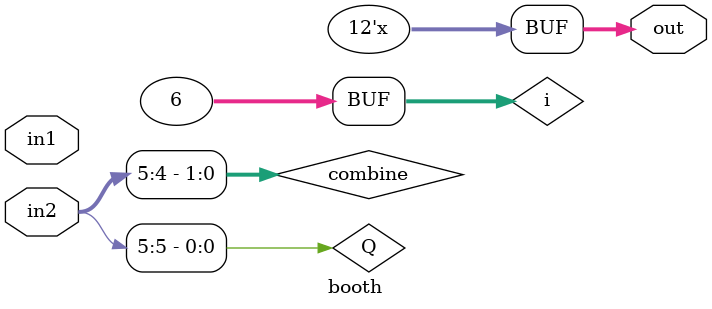
<source format=v>
`timescale 1ns / 10ps
module booth(out, in1, in2);

	parameter width = 6;
	input  	[width-1:0]   in1; //multiplicand
	input  	[width-1:0]   in2; //multiplier
	output  [2*width-1:0] out; //product
	reg [2*width-1:0] out; 
	reg Q; // Storing last value of in2 after output shift_bit
	integer i; // Number for loop
	reg [1:0] combine; // The rightmost 2 bits used for the selection of different executions.
	
	always @(in1,in2) begin
		out[width-1 : 0] = in2[width-1:0];
		// out[2*width-1: width] = 6'b0;
		Q = 1'b0;
		for(i = 0; i < width; i = i+1) begin
		
			combine = {in2[i],Q};
			if(combine == 2'd2) begin
				out[2*width-1: width] = out[2*width-1: width] - in1;
			end
			else if (combine == 2'd1) begin
				out[2*width-1: width] = out[2*width-1: width] + in1;
			end

			out = out >> 1;
			
			out[2*width-1] = out[2*width-2];
			/* $display("Case %d ==> Out[12:6] = %b ==> Out[5:0] = %b ==> Out = %b ==> In1 = %b ==> In2 = %b ==> combine %d ==> in[0] = %b ==> Q = %b", i, out[2*width-1: width],out[width-1: 0],out,in1,in2,combine,in2[i],Q); */
			Q = in2[i];
		end
		
	end
	
endmodule

</source>
